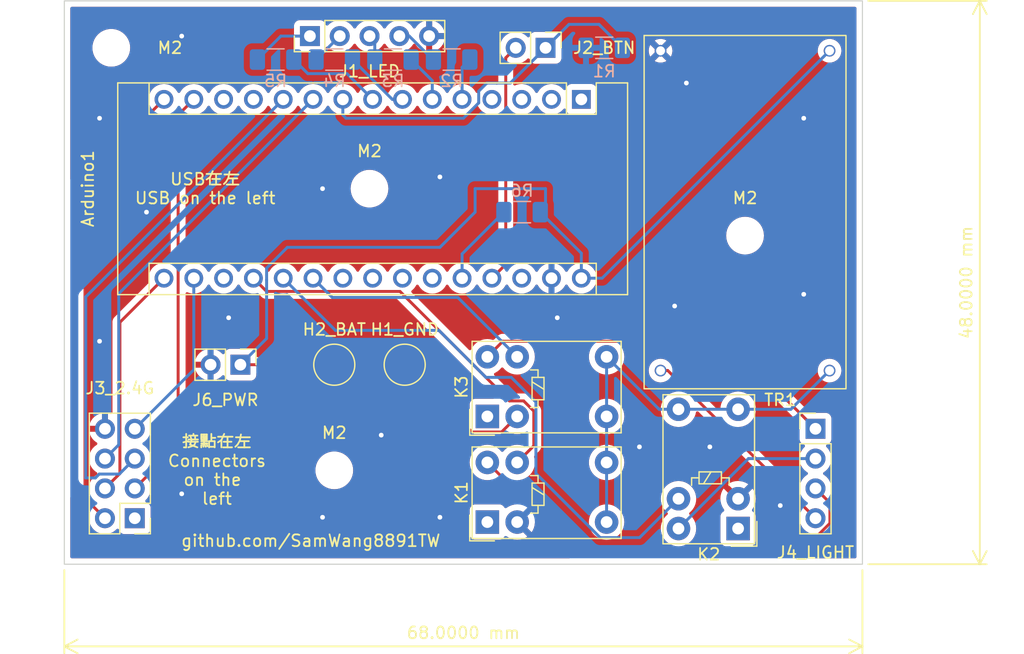
<source format=kicad_pcb>
(kicad_pcb (version 20211014) (generator pcbnew)
  (layers (0 "F.Cu" signal) (31 "B.Cu" signal) (34 "B.Paste" user) (35 "F.Paste" user) (36 "B.SilkS" user "B.Silkscreen") (37 "F.SilkS" user "F.Silkscreen") (38 "B.Mask" user) (39 "F.Mask" user) (44 "Edge.Cuts" user))
  (net 0 "")
  (net 5 "Net-(Arduino1-Pad5)")
  (net 6 "Net-(Arduino1-Pad6)")
  (net 7 "Net-(Arduino1-Pad7)")
  (net 8 "Net-(Arduino1-Pad8)")
  (net 9 "Net-(Arduino1-Pad9)")
  (net 10 "Net-(Arduino1-Pad10)")
  (net 11 "Net-(Arduino1-Pad11)")
  (net 14 "Net-(Arduino1-Pad14)")
  (net 15 "Net-(Arduino1-Pad15)")
  (net 16 "Net-(Arduino1-Pad16)")
  (net 17 "Net-(Arduino1-Pad17)")
  (net 19 "Net-(Arduino1-Pad19)")
  (net 20 "Net-(Arduino1-Pad20)")
  (net 21 "Net-(Arduino1-Pad21)")
  (net 26 "Net-(Arduino1-Pad26)")
  (net 27 "5V")
  (net 29 "Earth")
  (net 30 "VIN")
  (net 32 "Net-(J4-Pad1)")
  (net 33 "Net-(J4-Pad2)")
  (net 34 "Net-(J4-Pad3)")
  (net 35 "Net-(J4-Pad4)")
  (net 37 "Net-(K1-Pad5)")
  (net 40 "Net-(J1-Pad1)")
  (net 41 "Net-(J1-Pad2)")
  (net 42 "Net-(J1-Pad3)")
  (net 43 "Net-(J1-Pad4)")
  (footprint "MountingHole:MountingHole_2.2mm_M2" (layer "F.Cu") (at 86 105)
    (fp_text reference "M2" (at 0 -3.2) (layer "F.SilkS"))
    (fp_text value "MountingHole_2.2mm_M2")
    (pad "" np_thru_hole circle (at 0 0) (size 2.2 2.2) (drill 2.2) (layers *.Cu *.Mask))
  )
  (footprint "TestPoint:TestPoint_Pad_D3.0mm" (layer "F.Cu") (at 92 96)
    (fp_text reference "H1_GND" (at 0 -3) (layer "F.SilkS"))
    (fp_text value "GND")
    (fp_circle (center 0 0) (end 0 1.75) (layer "F.SilkS") (width 0.12) (fill none))
    (pad "1" smd circle (at 0 0) (size 3 3) (layers "F.Cu" "F.Mask") (net 29 "Earth"))
  )
  (footprint "Connector_PinHeader_2.54mm:PinHeader_1x04_P2.54mm_Vertical" (layer "F.Cu") (at 127 101.46)
    (fp_text reference "J4_LIGHT" (at 0 10.54) (layer "F.SilkS"))
    (fp_text value "LightCONN")
    (fp_line (start -1.33 0) (end -1.33 -1.33) (layer "F.SilkS") (width 0.12))
    (fp_line (start -1.33 1.27) (end -1.33 8.95) (layer "F.SilkS") (width 0.12))
    (fp_line (start -1.33 -1.33) (end 0 -1.33) (layer "F.SilkS") (width 0.12))
    (fp_line (start 1.33 1.27) (end 1.33 8.95) (layer "F.SilkS") (width 0.12))
    (fp_line (start -1.33 1.27) (end 1.33 1.27) (layer "F.SilkS") (width 0.12))
    (fp_line (start -1.33 8.95) (end 1.33 8.95) (layer "F.SilkS") (width 0.12))
    (pad "1" thru_hole rect (at 0 0) (size 1.7 1.7) (drill 1) (layers *.Cu *.Mask) (net 32 "Net-(J4-Pad1)"))
    (pad "2" thru_hole oval (at 0 2.54) (size 1.7 1.7) (drill 1) (layers *.Cu *.Mask) (net 33 "Net-(J4-Pad2)"))
    (pad "3" thru_hole oval (at 0 5.08) (size 1.7 1.7) (drill 1) (layers *.Cu *.Mask) (net 34 "Net-(J4-Pad3)"))
    (pad "4" thru_hole oval (at 0 7.62) (size 1.7 1.7) (drill 1) (layers *.Cu *.Mask) (net 35 "Net-(J4-Pad4)"))
  )
  (footprint "Connector_PinHeader_2.54mm:PinHeader_1x02_P2.54mm_Vertical" (layer "F.Cu") (at 104 69 -90)
    (fp_text reference "J2_BTN" (at 0 -5 180) (layer "F.SilkS"))
    (fp_text value "BtnCONN")
    (fp_line (start -1.33 0) (end -1.33 -1.33) (layer "F.SilkS") (width 0.12))
    (fp_line (start -1.33 1.27) (end -1.33 3.87) (layer "F.SilkS") (width 0.12))
    (fp_line (start -1.33 3.87) (end 1.33 3.87) (layer "F.SilkS") (width 0.12))
    (fp_line (start -1.33 1.27) (end 1.33 1.27) (layer "F.SilkS") (width 0.12))
    (fp_line (start -1.33 -1.33) (end 0 -1.33) (layer "F.SilkS") (width 0.12))
    (fp_line (start 1.33 1.27) (end 1.33 3.87) (layer "F.SilkS") (width 0.12))
    (pad "1" thru_hole rect (at 0 0 270) (size 1.7 1.7) (drill 1) (layers *.Cu *.Mask) (net 9 "Net-(Arduino1-Pad9)"))
    (pad "2" thru_hole oval (at 0 2.54 270) (size 1.7 1.7) (drill 1) (layers *.Cu *.Mask) (net 27 "5V"))
  )
  (footprint "Module:Arduino_Nano" (layer "F.Cu") (at 107.05 73.39 -90)
    (fp_text reference "Arduino1" (at 7.61 42.05 -90) (layer "F.SilkS"))
    (fp_text value "Arduino_Nano")
    (fp_line (start 1.27 36.83) (end -1.4 36.83) (layer "F.SilkS") (width 0.12))
    (fp_line (start 16.64 -3.94) (end -1.4 -3.94) (layer "F.SilkS") (width 0.12))
    (fp_line (start -1.4 39.5) (end 16.64 39.5) (layer "F.SilkS") (width 0.12))
    (fp_line (start 1.27 1.27) (end 1.27 36.83) (layer "F.SilkS") (width 0.12))
    (fp_line (start 1.27 1.27) (end -1.4 1.27) (layer "F.SilkS") (width 0.12))
    (fp_line (start -1.4 1.27) (end -1.4 39.5) (layer "F.SilkS") (width 0.12))
    (fp_line (start 1.27 1.27) (end 1.27 -1.27) (layer "F.SilkS") (width 0.12))
    (fp_line (start 13.97 -1.27) (end 16.64 -1.27) (layer "F.SilkS") (width 0.12))
    (fp_line (start 13.97 -1.27) (end 13.97 36.83) (layer "F.SilkS") (width 0.12))
    (fp_line (start -1.4 -3.94) (end -1.4 -1.27) (layer "F.SilkS") (width 0.12))
    (fp_line (start 13.97 36.83) (end 16.64 36.83) (layer "F.SilkS") (width 0.12))
    (fp_line (start 1.27 -1.27) (end -1.4 -1.27) (layer "F.SilkS") (width 0.12))
    (fp_line (start 16.64 39.5) (end 16.64 -3.94) (layer "F.SilkS") (width 0.12))
    (pad "1" thru_hole rect (at 0 0 270) (size 1.6 1.6) (drill 1) (layers *.Cu *.Mask))
    (pad "2" thru_hole oval (at 0 2.54 270) (size 1.6 1.6) (drill 1) (layers *.Cu *.Mask))
    (pad "3" thru_hole oval (at 0 5.08 270) (size 1.6 1.6) (drill 1) (layers *.Cu *.Mask))
    (pad "4" thru_hole oval (at 0 7.62 270) (size 1.6 1.6) (drill 1) (layers *.Cu *.Mask))
    (pad "5" thru_hole oval (at 0 10.16 270) (size 1.6 1.6) (drill 1) (layers *.Cu *.Mask) (net 5 "Net-(Arduino1-Pad5)"))
    (pad "6" thru_hole oval (at 0 12.7 270) (size 1.6 1.6) (drill 1) (layers *.Cu *.Mask) (net 6 "Net-(Arduino1-Pad6)"))
    (pad "7" thru_hole oval (at 0 15.24 270) (size 1.6 1.6) (drill 1) (layers *.Cu *.Mask) (net 7 "Net-(Arduino1-Pad7)"))
    (pad "8" thru_hole oval (at 0 17.78 270) (size 1.6 1.6) (drill 1) (layers *.Cu *.Mask) (net 8 "Net-(Arduino1-Pad8)"))
    (pad "9" thru_hole oval (at 0 20.32 270) (size 1.6 1.6) (drill 1) (layers *.Cu *.Mask) (net 9 "Net-(Arduino1-Pad9)"))
    (pad "10" thru_hole oval (at 0 22.86 270) (size 1.6 1.6) (drill 1) (layers *.Cu *.Mask) (net 10 "Net-(Arduino1-Pad10)"))
    (pad "11" thru_hole oval (at 0 25.4 270) (size 1.6 1.6) (drill 1) (layers *.Cu *.Mask) (net 11 "Net-(Arduino1-Pad11)"))
    (pad "12" thru_hole oval (at 0 27.94 270) (size 1.6 1.6) (drill 1) (layers *.Cu *.Mask))
    (pad "13" thru_hole oval (at 0 30.48 270) (size 1.6 1.6) (drill 1) (layers *.Cu *.Mask))
    (pad "14" thru_hole oval (at 0 33.02 270) (size 1.6 1.6) (drill 1) (layers *.Cu *.Mask) (net 14 "Net-(Arduino1-Pad14)"))
    (pad "15" thru_hole oval (at 0 35.56 270) (size 1.6 1.6) (drill 1) (layers *.Cu *.Mask) (net 15 "Net-(Arduino1-Pad15)"))
    (pad "16" thru_hole oval (at 15.24 35.56 270) (size 1.6 1.6) (drill 1) (layers *.Cu *.Mask) (net 16 "Net-(Arduino1-Pad16)"))
    (pad "17" thru_hole oval (at 15.24 33.02 270) (size 1.6 1.6) (drill 1) (layers *.Cu *.Mask) (net 17 "Net-(Arduino1-Pad17)"))
    (pad "18" thru_hole oval (at 15.24 30.48 270) (size 1.6 1.6) (drill 1) (layers *.Cu *.Mask))
    (pad "19" thru_hole oval (at 15.24 27.94 270) (size 1.6 1.6) (drill 1) (layers *.Cu *.Mask) (net 19 "Net-(Arduino1-Pad19)"))
    (pad "20" thru_hole oval (at 15.24 25.4 270) (size 1.6 1.6) (drill 1) (layers *.Cu *.Mask) (net 20 "Net-(Arduino1-Pad20)"))
    (pad "21" thru_hole oval (at 15.24 22.86 270) (size 1.6 1.6) (drill 1) (layers *.Cu *.Mask) (net 21 "Net-(Arduino1-Pad21)"))
    (pad "22" thru_hole oval (at 15.24 20.32 270) (size 1.6 1.6) (drill 1) (layers *.Cu *.Mask))
    (pad "23" thru_hole oval (at 15.24 17.78 270) (size 1.6 1.6) (drill 1) (layers *.Cu *.Mask))
    (pad "24" thru_hole oval (at 15.24 15.24 270) (size 1.6 1.6) (drill 1) (layers *.Cu *.Mask))
    (pad "25" thru_hole oval (at 15.24 12.7 270) (size 1.6 1.6) (drill 1) (layers *.Cu *.Mask))
    (pad "26" thru_hole oval (at 15.24 10.16 270) (size 1.6 1.6) (drill 1) (layers *.Cu *.Mask) (net 26 "Net-(Arduino1-Pad26)"))
    (pad "27" thru_hole oval (at 15.24 7.62 270) (size 1.6 1.6) (drill 1) (layers *.Cu *.Mask) (net 27 "5V"))
    (pad "28" thru_hole oval (at 15.24 5.08 270) (size 1.6 1.6) (drill 1) (layers *.Cu *.Mask))
    (pad "29" thru_hole oval (at 15.24 2.54 270) (size 1.6 1.6) (drill 1) (layers *.Cu *.Mask) (net 29 "Earth"))
    (pad "30" thru_hole oval (at 15.24 0 270) (size 1.6 1.6) (drill 1) (layers *.Cu *.Mask) (net 30 "VIN"))
  )
  (footprint "Transistor_Power_Module:Micro3608_1166A_MicroUSB_Module" (layer "F.Cu") (at 121 83)
    (fp_text reference "TR1" (at 3 16 unlocked) (layer "F.SilkS"))
    (fp_text value "Micro3608_1166A_MicroUSB_Module")
    (fp_rect (start -8.6 -15.05) (end 8.6 15.05) (layer "F.SilkS") (width 0.12) (fill none))
    (pad "1" thru_hole circle (at -7.2 -13.75) (size 1 1) (drill 0.762) (layers *.Cu *.Mask) (net 29 "Earth"))
    (pad "2" thru_hole circle (at 7.2 -13.75) (size 1 1) (drill 0.762) (layers *.Cu *.Mask) (net 30 "VIN"))
    (pad "3" thru_hole circle (at -7.2 13.5) (size 1 1) (drill 0.762) (layers *.Cu *.Mask) (net 35 "Net-(J4-Pad4)"))
    (pad "4" thru_hole circle (at 7.2 13.5) (size 1 1) (drill 0.762) (layers *.Cu *.Mask) (net 37 "Net-(K1-Pad5)"))
  )
  (footprint "Relay_THT:Relay_SPDT_Omron_G5V-1" (layer "F.Cu") (at 120.4075 109.9575 180)
    (fp_text reference "K2" (at 2.5 -2.2) (layer "F.SilkS"))
    (fp_text value "G5V-1")
    (fp_line (start 6.4 11.4) (end -1.4 11.4) (layer "F.SilkS") (width 0.12))
    (fp_line (start -1.6 0.6) (end -1.6 -1.5) (layer "F.SilkS") (width 0.12))
    (fp_line (start -1.6 -1.5) (end 0.6 -1.5) (layer "F.SilkS") (width 0.12))
    (fp_line (start 1.422 3.81) (end 1.422 4.826) (layer "F.SilkS") (width 0.12))
    (fp_line (start 2.946 3.81) (end 2.311 4.826) (layer "F.SilkS") (width 0.12))
    (fp_line (start -1.4 11.4) (end -1.4 -1.3) (layer "F.SilkS") (width 0.12))
    (fp_line (start 0.762 3.683) (end 0.762 4.318) (layer "F.SilkS") (width 0.12))
    (fp_line (start 6.4 -1.3) (end 6.4 11.4) (layer "F.SilkS") (width 0.12))
    (fp_line (start 3.962 3.683) (end 3.962 4.318) (layer "F.SilkS") (width 0.12))
    (fp_line (start 3.327 3.81) (end 3.327 4.826) (layer "F.SilkS") (width 0.12))
    (fp_line (start 3.962 4.318) (end 3.327 4.318) (layer "F.SilkS") (width 0.12))
    (fp_line (start 1.422 4.826) (end 3.327 4.826) (layer "F.SilkS") (width 0.12))
    (fp_line (start -1.4 -1.3) (end 6.4 -1.3) (layer "F.SilkS") (width 0.12))
    (fp_line (start 0.762 4.318) (end 1.422 4.318) (layer "F.SilkS") (width 0.12))
    (fp_line (start 3.327 3.81) (end 1.422 3.81) (layer "F.SilkS") (width 0.12))
    (pad "1" thru_hole rect (at 0 0 180) (size 2 2) (drill 1) (layers *.Cu *.Mask))
    (pad "2" thru_hole circle (at 0 2.54 180) (size 2 2) (drill 1) (layers *.Cu *.Mask) (net 29 "Earth"))
    (pad "5" thru_hole circle (at 0 10.16 180) (size 2 2) (drill 1) (layers *.Cu *.Mask) (net 37 "Net-(K1-Pad5)"))
    (pad "6" thru_hole circle (at 5.08 10.16 180) (size 2 2) (drill 1) (layers *.Cu *.Mask) (net 37 "Net-(K1-Pad5)"))
    (pad "9" thru_hole circle (at 5.08 2.54 180) (size 2 2) (drill 1) (layers *.Cu *.Mask) (net 20 "Net-(Arduino1-Pad20)"))
    (pad "10" thru_hole circle (at 5.08 0 180) (size 2 2) (drill 1) (layers *.Cu *.Mask) (net 33 "Net-(J4-Pad2)"))
  )
  (footprint "MountingHole:MountingHole_2.2mm_M2" (layer "F.Cu") (at 67 69)
    (fp_text reference "M2" (at 5 0) (layer "F.SilkS"))
    (fp_text value "MountingHole_2.2mm_M2")
    (pad "" np_thru_hole circle (at 0 0) (size 2.2 2.2) (drill 2.2) (layers *.Cu *.Mask))
  )
  (footprint "MountingHole:MountingHole_2.2mm_M2" (layer "F.Cu") (at 89 81)
    (fp_text reference "M2" (at 0 -3.2) (layer "F.SilkS"))
    (fp_text value "MountingHole_2.2mm_M2")
    (pad "" np_thru_hole circle (at 0 0) (size 2.2 2.2) (drill 2.2) (layers *.Cu *.Mask))
  )
  (footprint "Relay_THT:Relay_SPDT_Omron_G5V-1" (layer "F.Cu") (at 99.0425 109.4075 90)
    (fp_text reference "K1" (at 2.5 -2.2 90) (layer "F.SilkS"))
    (fp_text value "G5V-1")
    (fp_line (start -1.6 0.6) (end -1.6 -1.5) (layer "F.SilkS") (width 0.12))
    (fp_line (start 3.327 3.81) (end 3.327 4.826) (layer "F.SilkS") (width 0.12))
    (fp_line (start 6.4 11.4) (end -1.4 11.4) (layer "F.SilkS") (width 0.12))
    (fp_line (start -1.4 -1.3) (end 6.4 -1.3) (layer "F.SilkS") (width 0.12))
    (fp_line (start 0.762 3.683) (end 0.762 4.318) (layer "F.SilkS") (width 0.12))
    (fp_line (start -1.6 -1.5) (end 0.6 -1.5) (layer "F.SilkS") (width 0.12))
    (fp_line (start 3.962 3.683) (end 3.962 4.318) (layer "F.SilkS") (width 0.12))
    (fp_line (start 6.4 -1.3) (end 6.4 11.4) (layer "F.SilkS") (width 0.12))
    (fp_line (start 1.422 3.81) (end 1.422 4.826) (layer "F.SilkS") (width 0.12))
    (fp_line (start -1.4 11.4) (end -1.4 -1.3) (layer "F.SilkS") (width 0.12))
    (fp_line (start 3.962 4.318) (end 3.327 4.318) (layer "F.SilkS") (width 0.12))
    (fp_line (start 1.422 4.826) (end 3.327 4.826) (layer "F.SilkS") (width 0.12))
    (fp_line (start 0.762 4.318) (end 1.422 4.318) (layer "F.SilkS") (width 0.12))
    (fp_line (start 3.327 3.81) (end 1.422 3.81) (layer "F.SilkS") (width 0.12))
    (fp_line (start 2.946 3.81) (end 2.311 4.826) (layer "F.SilkS") (width 0.12))
    (pad "1" thru_hole rect (at 0 0 90) (size 2 2) (drill 1) (layers *.Cu *.Mask))
    (pad "2" thru_hole circle (at 0 2.54 90) (size 2 2) (drill 1) (layers *.Cu *.Mask) (net 29 "Earth"))
    (pad "5" thru_hole circle (at 0 10.16 90) (size 2 2) (drill 1) (layers *.Cu *.Mask) (net 37 "Net-(K1-Pad5)"))
    (pad "6" thru_hole circle (at 5.08 10.16 90) (size 2 2) (drill 1) (layers *.Cu *.Mask) (net 37 "Net-(K1-Pad5)"))
    (pad "9" thru_hole circle (at 5.08 2.54 90) (size 2 2) (drill 1) (layers *.Cu *.Mask) (net 19 "Net-(Arduino1-Pad19)"))
    (pad "10" thru_hole circle (at 5.08 0 90) (size 2 2) (drill 1) (layers *.Cu *.Mask) (net 34 "Net-(J4-Pad3)"))
  )
  (footprint "Connector_PinHeader_2.54mm:PinHeader_2x04_P2.54mm_Vertical" (layer "F.Cu") (at 69 109.08 180)
    (fp_text reference "J3_2.4G" (at 1.27 11.08) (layer "F.SilkS"))
    (fp_text value "2.4G_CONN")
    (fp_line (start 3.87 -1.33) (end 3.87 8.95) (layer "F.SilkS") (width 0.12))
    (fp_line (start -1.33 1.27) (end 1.27 1.27) (layer "F.SilkS") (width 0.12))
    (fp_line (start -1.33 -1.33) (end 0 -1.33) (layer "F.SilkS") (width 0.12))
    (fp_line (start 1.27 1.27) (end 1.27 -1.33) (layer "F.SilkS") (width 0.12))
    (fp_line (start -1.33 8.95) (end 3.87 8.95) (layer "F.SilkS") (width 0.12))
    (fp_line (start -1.33 1.27) (end -1.33 8.95) (layer "F.SilkS") (width 0.12))
    (fp_line (start -1.33 0) (end -1.33 -1.33) (layer "F.SilkS") (width 0.12))
    (fp_line (start 1.27 -1.33) (end 3.87 -1.33) (layer "F.SilkS") (width 0.12))
    (pad "1" thru_hole rect (at 0 0 180) (size 1.7 1.7) (drill 1) (layers *.Cu *.Mask))
    (pad "2" thru_hole oval (at 2.54 0 180) (size 1.7 1.7) (drill 1) (layers *.Cu *.Mask) (net 15 "Net-(Arduino1-Pad15)"))
    (pad "3" thru_hole oval (at 0 2.54 180) (size 1.7 1.7) (drill 1) (layers *.Cu *.Mask) (net 14 "Net-(Arduino1-Pad14)"))
    (pad "4" thru_hole oval (at 2.54 2.54 180) (size 1.7 1.7) (drill 1) (layers *.Cu *.Mask) (net 16 "Net-(Arduino1-Pad16)"))
    (pad "5" thru_hole oval (at 0 5.08 180) (size 1.7 1.7) (drill 1) (layers *.Cu *.Mask) (net 11 "Net-(Arduino1-Pad11)"))
    (pad "6" thru_hole oval (at 2.54 5.08 180) (size 1.7 1.7) (drill 1) (layers *.Cu *.Mask) (net 10 "Net-(Arduino1-Pad10)"))
    (pad "7" thru_hole oval (at 0 7.62 180) (size 1.7 1.7) (drill 1) (layers *.Cu *.Mask) (net 17 "Net-(Arduino1-Pad17)"))
    (pad "8" thru_hole oval (at 2.54 7.62 180) (size 1.7 1.7) (drill 1) (layers *.Cu *.Mask) (net 29 "Earth"))
  )
  (footprint "Connector_PinHeader_2.54mm:PinHeader_1x02_P2.54mm_Vertical" (layer "F.Cu") (at 78 96 -90)
    (fp_text reference "J6_PWR" (at 3 1.27) (layer "F.SilkS"))
    (fp_text value "PWRConn")
    (fp_line (start 1.33 1.27) (end 1.33 3.87) (layer "F.SilkS") (width 0.12))
    (fp_line (start -1.33 1.27) (end 1.33 1.27) (layer "F.SilkS") (width 0.12))
    (fp_line (start -1.33 -1.33) (end 0 -1.33) (layer "F.SilkS") (width 0.12))
    (fp_line (start -1.33 0) (end -1.33 -1.33) (layer "F.SilkS") (width 0.12))
    (fp_line (start -1.33 1.27) (end -1.33 3.87) (layer "F.SilkS") (width 0.12))
    (fp_line (start -1.33 3.87) (end 1.33 3.87) (layer "F.SilkS") (width 0.12))
    (pad "1" thru_hole rect (at 0 0 270) (size 1.7 1.7) (drill 1) (layers *.Cu *.Mask) (net 30 "VIN"))
    (pad "2" thru_hole oval (at 0 2.54 270) (size 1.7 1.7) (drill 1) (layers *.Cu *.Mask) (net 29 "Earth"))
  )
  (footprint "TestPoint:TestPoint_Pad_D3.0mm" (layer "F.Cu") (at 86 96)
    (fp_text reference "H2_BAT" (at 0 -3) (layer "F.SilkS"))
    (fp_text value "BAT")
    (fp_circle (center 0 0) (end 0 1.75) (layer "F.SilkS") (width 0.12) (fill none))
    (pad "1" smd circle (at 0 0) (size 3 3) (layers "F.Cu" "F.Mask") (net 30 "VIN"))
  )
  (footprint "Connector_PinHeader_2.54mm:PinHeader_1x05_P2.54mm_Vertical" (layer "F.Cu") (at 83.925 68 90)
    (fp_text reference "J1_LED" (at -3 5.075 180) (layer "F.SilkS"))
    (fp_text value "LedCONN")
    (fp_line (start -1.33 1.27) (end 1.33 1.27) (layer "F.SilkS") (width 0.12))
    (fp_line (start -1.33 0) (end -1.33 -1.33) (layer "F.SilkS") (width 0.12))
    (fp_line (start -1.33 11.49) (end 1.33 11.49) (layer "F.SilkS") (width 0.12))
    (fp_line (start -1.33 1.27) (end -1.33 11.49) (layer "F.SilkS") (width 0.12))
    (fp_line (start -1.33 -1.33) (end 0 -1.33) (layer "F.SilkS") (width 0.12))
    (fp_line (start 1.33 1.27) (end 1.33 11.49) (layer "F.SilkS") (width 0.12))
    (pad "1" thru_hole rect (at 0 0 90) (size 1.7 1.7) (drill 1) (layers *.Cu *.Mask) (net 40 "Net-(J1-Pad1)"))
    (pad "2" thru_hole oval (at 0 2.54 90) (size 1.7 1.7) (drill 1) (layers *.Cu *.Mask) (net 41 "Net-(J1-Pad2)"))
    (pad "3" thru_hole oval (at 0 5.08 90) (size 1.7 1.7) (drill 1) (layers *.Cu *.Mask) (net 42 "Net-(J1-Pad3)"))
    (pad "4" thru_hole oval (at 0 7.62 90) (size 1.7 1.7) (drill 1) (layers *.Cu *.Mask) (net 43 "Net-(J1-Pad4)"))
    (pad "5" thru_hole oval (at 0 10.16 90) (size 1.7 1.7) (drill 1) (layers *.Cu *.Mask) (net 29 "Earth"))
  )
  (footprint "Relay_THT:Relay_SPDT_Omron_G5V-1" (layer "F.Cu") (at 99.0425 100.4075 90)
    (fp_text reference "K3" (at 2.5 -2.2 90) (layer "F.SilkS"))
    (fp_text value "G5V-1")
    (fp_line (start 6.4 11.4) (end -1.4 11.4) (layer "F.SilkS") (width 0.12))
    (fp_line (start 3.327 3.81) (end 1.422 3.81) (layer "F.SilkS") (width 0.12))
    (fp_line (start 1.422 3.81) (end 1.422 4.826) (layer "F.SilkS") (width 0.12))
    (fp_line (start 3.962 4.318) (end 3.327 4.318) (layer "F.SilkS") (width 0.12))
    (fp_line (start -1.6 0.6) (end -1.6 -1.5) (layer "F.SilkS") (width 0.12))
    (fp_line (start 2.946 3.81) (end 2.311 4.826) (layer "F.SilkS") (width 0.12))
    (fp_line (start 1.422 4.826) (end 3.327 4.826) (layer "F.SilkS") (width 0.12))
    (fp_line (start -1.4 -1.3) (end 6.4 -1.3) (layer "F.SilkS") (width 0.12))
    (fp_line (start -1.6 -1.5) (end 0.6 -1.5) (layer "F.SilkS") (width 0.12))
    (fp_line (start 0.762 3.683) (end 0.762 4.318) (layer "F.SilkS") (width 0.12))
    (fp_line (start 3.327 3.81) (end 3.327 4.826) (layer "F.SilkS") (width 0.12))
    (fp_line (start 3.962 3.683) (end 3.962 4.318) (layer "F.SilkS") (width 0.12))
    (fp_line (start -1.4 11.4) (end -1.4 -1.3) (layer "F.SilkS") (width 0.12))
    (fp_line (start 0.762 4.318) (end 1.422 4.318) (layer "F.SilkS") (width 0.12))
    (fp_line (start 6.4 -1.3) (end 6.4 11.4) (layer "F.SilkS") (width 0.12))
    (pad "1" thru_hole rect (at 0 0 90) (size 2 2) (drill 1) (layers *.Cu *.Mask))
    (pad "2" thru_hole circle (at 0 2.54 90) (size 2 2) (drill 1) (layers *.Cu *.Mask) (net 29 "Earth"))
    (pad "5" thru_hole circle (at 0 10.16 90) (size 2 2) (drill 1) (layers *.Cu *.Mask) (net 37 "Net-(K1-Pad5)"))
    (pad "6" thru_hole circle (at 5.08 10.16 90) (size 2 2) (drill 1) (layers *.Cu *.Mask) (net 37 "Net-(K1-Pad5)"))
    (pad "9" thru_hole circle (at 5.08 2.54 90) (size 2 2) (drill 1) (layers *.Cu *.Mask) (net 21 "Net-(Arduino1-Pad21)"))
    (pad "10" thru_hole circle (at 5.08 0 90) (size 2 2) (drill 1) (layers *.Cu *.Mask) (net 32 "Net-(J4-Pad1)"))
  )
  (footprint "MountingHole:MountingHole_2.2mm_M2" (layer "F.Cu") (at 121 85)
    (fp_text reference "M2" (at 0 -3.2) (layer "F.SilkS"))
    (fp_text value "MountingHole_2.2mm_M2")
    (pad "" np_thru_hole circle (at 0 0) (size 2.2 2.2) (drill 2.2) (layers *.Cu *.Mask))
  )
  (footprint "Resistor_SMD:R_1206_3216Metric_Pad1.30x1.75mm_HandSolder" (layer "B.Cu") (at 96 70)
    (fp_text reference "R2" (at 0 1.82) (layer "B.SilkS") (effects (justify mirror)))
    (fp_text value "330Ω")
    (fp_line (start -0.727064 -0.91) (end 0.727064 -0.91) (layer "B.SilkS") (width 0.12))
    (fp_line (start -0.727064 0.91) (end 0.727064 0.91) (layer "B.SilkS") (width 0.12))
    (pad "1" smd roundrect (at -1.55 0) (size 1.3 1.75) (layers "B.Cu" "B.Paste" "B.Mask") (roundrect_rratio 0.1923076923) (net 43 "Net-(J1-Pad4)"))
    (pad "2" smd roundrect (at 1.55 0) (size 1.3 1.75) (layers "B.Cu" "B.Paste" "B.Mask") (roundrect_rratio 0.1923076923) (net 5 "Net-(Arduino1-Pad5)"))
  )
  (footprint "Resistor_SMD:R_1206_3216Metric_Pad1.30x1.75mm_HandSolder" (layer "B.Cu") (at 91 70)
    (fp_text reference "R3" (at 0 1.82) (layer "B.SilkS") (effects (justify mirror)))
    (fp_text value "330Ω")
    (fp_line (start -0.727064 -0.91) (end 0.727064 -0.91) (layer "B.SilkS") (width 0.12))
    (fp_line (start -0.727064 0.91) (end 0.727064 0.91) (layer "B.SilkS") (width 0.12))
    (pad "1" smd roundrect (at -1.55 0) (size 1.3 1.75) (layers "B.Cu" "B.Paste" "B.Mask") (roundrect_rratio 0.1923076923) (net 42 "Net-(J1-Pad3)"))
    (pad "2" smd roundrect (at 1.55 0) (size 1.3 1.75) (layers "B.Cu" "B.Paste" "B.Mask") (roundrect_rratio 0.1923076923) (net 6 "Net-(Arduino1-Pad6)"))
  )
  (footprint "Resistor_SMD:R_1206_3216Metric_Pad1.30x1.75mm_HandSolder" (layer "B.Cu") (at 109 69 180)
    (fp_text reference "R1" (at 0 -2) (layer "B.SilkS") (effects (justify mirror)))
    (fp_text value "330Ω")
    (fp_line (start -0.727064 0.91) (end 0.727064 0.91) (layer "B.SilkS") (width 0.12))
    (fp_line (start -0.727064 -0.91) (end 0.727064 -0.91) (layer "B.SilkS") (width 0.12))
    (pad "1" smd roundrect (at -1.55 0 180) (size 1.3 1.75) (layers "B.Cu" "B.Paste" "B.Mask") (roundrect_rratio 0.1923076923) (net 9 "Net-(Arduino1-Pad9)"))
    (pad "2" smd roundrect (at 1.55 0 180) (size 1.3 1.75) (layers "B.Cu" "B.Paste" "B.Mask") (roundrect_rratio 0.1923076923) (net 29 "Earth"))
  )
  (footprint "Resistor_SMD:R_1206_3216Metric_Pad1.30x1.75mm_HandSolder" (layer "B.Cu") (at 102 83 180)
    (fp_text reference "R6" (at 0 1.82) (layer "B.SilkS") (effects (justify mirror)))
    (fp_text value "500kΩ")
    (fp_line (start -0.727064 0.91) (end 0.727064 0.91) (layer "B.SilkS") (width 0.12))
    (fp_line (start -0.727064 -0.91) (end 0.727064 -0.91) (layer "B.SilkS") (width 0.12))
    (pad "1" smd roundrect (at -1.55 0 180) (size 1.3 1.75) (layers "B.Cu" "B.Paste" "B.Mask") (roundrect_rratio 0.1923076923) (net 30 "VIN"))
    (pad "2" smd roundrect (at 1.55 0 180) (size 1.3 1.75) (layers "B.Cu" "B.Paste" "B.Mask") (roundrect_rratio 0.1923076923) (net 26 "Net-(Arduino1-Pad26)"))
  )
  (footprint "Resistor_SMD:R_1206_3216Metric_Pad1.30x1.75mm_HandSolder" (layer "B.Cu") (at 86 70)
    (fp_text reference "R4" (at 0 1.82) (layer "B.SilkS") (effects (justify mirror)))
    (fp_text value "330Ω")
    (fp_line (start -0.727064 -0.91) (end 0.727064 -0.91) (layer "B.SilkS") (width 0.12))
    (fp_line (start -0.727064 0.91) (end 0.727064 0.91) (layer "B.SilkS") (width 0.12))
    (pad "1" smd roundrect (at -1.55 0) (size 1.3 1.75) (layers "B.Cu" "B.Paste" "B.Mask") (roundrect_rratio 0.1923076923) (net 41 "Net-(J1-Pad2)"))
    (pad "2" smd roundrect (at 1.55 0) (size 1.3 1.75) (layers "B.Cu" "B.Paste" "B.Mask") (roundrect_rratio 0.1923076923) (net 7 "Net-(Arduino1-Pad7)"))
  )
  (footprint "Resistor_SMD:R_1206_3216Metric_Pad1.30x1.75mm_HandSolder" (layer "B.Cu") (at 81 70)
    (fp_text reference "R5" (at 0 1.82) (layer "B.SilkS") (effects (justify mirror)))
    (fp_text value "330Ω")
    (fp_line (start -0.727064 0.91) (end 0.727064 0.91) (layer "B.SilkS") (width 0.12))
    (fp_line (start -0.727064 -0.91) (end 0.727064 -0.91) (layer "B.SilkS") (width 0.12))
    (pad "1" smd roundrect (at -1.55 0) (size 1.3 1.75) (layers "B.Cu" "B.Paste" "B.Mask") (roundrect_rratio 0.1923076923) (net 40 "Net-(J1-Pad1)"))
    (pad "2" smd roundrect (at 1.55 0) (size 1.3 1.75) (layers "B.Cu" "B.Paste" "B.Mask") (roundrect_rratio 0.1923076923) (net 8 "Net-(Arduino1-Pad8)"))
  )
  (gr_poly (pts (xy 131 113) (xy 63 113) (xy 63 65) (xy 131 65)) (layer "Edge.Cuts") (width 0.1) (fill none))
  (gr_text "USB在左\nUSB on the left" (at 75 81) (layer "F.SilkS") (effects (font (size 1 1))))
  (gr_text "接點在左\nConnectors\non the \nleft" (at 76 105) (layer "F.SilkS") (effects (font (size 1 1))))
  (gr_text "github.com/SamWang8891TW" (at 84 111) (layer "F.SilkS") (effects (font (size 1 1))))
  (dimension (type aligned) (layer "F.SilkS") (pts (xy 131 65) (xy 131 113)) (height -10) (gr_text "48.0000 mm" (at 139.85 89 90) (layer "F.SilkS") (effects (font (size 1 1) (thickness 0.15)))) (format (units 3) (units_format 1) (precision 4)) (style (thickness 0.15) (arrow_length 1.27) (text_position_mode 0) (extension_height 0.58642) (extension_offset 0.5) keep_text_aligned))
  (dimension (type aligned) (layer "F.SilkS") (pts (xy 63 113) (xy 131 113)) (height 6.999999) (gr_text "68.0000 mm" (at 97 118.849999) (layer "F.SilkS") (effects (font (size 1 1) (thickness 0.15)))) (format (units 3) (units_format 1) (precision 4)) (style (thickness 0.15) (arrow_length 1.27) (text_position_mode 0) (extension_height 0.58642) (extension_offset 0.5) keep_text_aligned))
  (segment (start 96.89 70.66) (end 96.89 73.39) (width 0.25) (layer "B.Cu") (net 5))
  (segment (start 97.55 70) (end 96.89 70.66) (width 0.25) (layer "B.Cu") (net 5))
  (segment (start 92.55 70) (end 94.35 71.8) (width 0.25) (layer "B.Cu") (net 6))
  (segment (start 94.35 71.8) (end 94.35 73.39) (width 0.25) (layer "B.Cu") (net 6))
  (segment (start 87.55 70) (end 90.94 73.39) (width 0.25) (layer "B.Cu") (net 7))
  (segment (start 90.94 73.39) (end 91.81 73.39) (width 0.25) (layer "B.Cu") (net 7))
  (segment (start 83.75 71.2) (end 87.08 71.2) (width 0.25) (layer "B.Cu") (net 8))
  (segment (start 87.08 71.2) (end 89.27 73.39) (width 0.25) (layer "B.Cu") (net 8))
  (segment (start 82.55 70) (end 83.75 71.2) (width 0.25) (layer "B.Cu") (net 8))
  (segment (start 99 72) (end 98.305 72.695) (width 0.25) (layer "B.Cu") (net 9))
  (segment (start 99 72) (end 101 72) (width 0.25) (layer "B.Cu") (net 9))
  (segment (start 86.73 74.73) (end 86.73 73.39) (width 0.25) (layer "B.Cu") (net 9))
  (segment (start 101 72) (end 104 69) (width 0.25) (layer "B.Cu") (net 9))
  (segment (start 97 75) (end 87 75) (width 0.25) (layer "B.Cu") (net 9))
  (segment (start 98.305 72.695) (end 98.305 73.695) (width 0.25) (layer "B.Cu") (net 9))
  (segment (start 104 69) (end 106 67) (width 0.25) (layer "B.Cu") (net 9))
  (segment (start 98.305 73.695) (end 97 75) (width 0.25) (layer "B.Cu") (net 9))
  (segment (start 87 75) (end 86.73 74.73) (width 0.25) (layer "B.Cu") (net 9))
  (segment (start 106 67) (end 108.55 67) (width 0.25) (layer "B.Cu") (net 9))
  (segment (start 108.55 67) (end 110.55 69) (width 0.25) (layer "B.Cu") (net 9))
  (segment (start 66.46 104) (end 67.635 102.825) (width 0.25) (layer "B.Cu") (net 10))
  (segment (start 67.635 102.825) (end 67.635 89.945) (width 0.25) (layer "B.Cu") (net 10))
  (segment (start 67.635 89.945) (end 84.19 73.39) (width 0.25) (layer "B.Cu") (net 10))
  (segment (start 65.973299 105.316699) (end 67.683301 105.316699) (width 0.25) (layer "B.Cu") (net 11))
  (segment (start 64.823557 105.644999) (end 65.644999 105.644999) (width 0.25) (layer "B.Cu") (net 11))
  (segment (start 64.823557 90.216443) (end 64.823557 105.644999) (width 0.25) (layer "B.Cu") (net 11))
  (segment (start 81.65 73.39) (end 64.823557 90.216443) (width 0.25) (layer "B.Cu") (net 11))
  (segment (start 65.644999 105.644999) (end 65.973299 105.316699) (width 0.25) (layer "B.Cu") (net 11))
  (segment (start 67.683301 105.316699) (end 69 104) (width 0.25) (layer "B.Cu") (net 11))
  (segment (start 72.695722 74.724278) (end 74.03 73.39) (width 0.25) (layer "F.Cu") (net 14))
  (segment (start 72.695722 102.844278) (end 72.695722 74.724278) (width 0.25) (layer "F.Cu") (net 14))
  (segment (start 69 106.54) (end 72.695722 102.844278) (width 0.25) (layer "F.Cu") (net 14))
  (segment (start 66.46 109.08) (end 64 106.62) (width 0.25) (layer "F.Cu") (net 15))
  (segment (start 64 106.62) (end 64 80.88) (width 0.25) (layer "F.Cu") (net 15))
  (segment (start 64 80.88) (end 71.49 73.39) (width 0.25) (layer "F.Cu") (net 15))
  (segment (start 66.46 106.54) (end 67.734278 105.265722) (width 0.25) (layer "F.Cu") (net 16))
  (segment (start 67.734278 105.265722) (end 67.734278 92.385722) (width 0.25) (layer "F.Cu") (net 16))
  (segment (start 67.734278 92.385722) (end 71.49 88.63) (width 0.25) (layer "F.Cu") (net 16))
  (segment (start 74.03 96.43) (end 74.03 88.63) (width 0.25) (layer "B.Cu") (net 17))
  (segment (start 69 101.46) (end 74.03 96.43) (width 0.25) (layer "B.Cu") (net 17))
  (segment (start 91.596167 89.755) (end 100.923667 99.0825) (width 0.25) (layer "F.Cu") (net 19))
  (segment (start 102.131333 99.0825) (end 103 99.951167) (width 0.25) (layer "F.Cu") (net 19))
  (segment (start 103 102.91) (end 101.5825 104.3275) (width 0.25) (layer "F.Cu") (net 19))
  (segment (start 79.11 88.63) (end 80.235 89.755) (width 0.25) (layer "F.Cu") (net 19))
  (segment (start 100.923667 99.0825) (end 102.131333 99.0825) (width 0.25) (layer "F.Cu") (net 19))
  (segment (start 103 99.951167) (end 103 102.91) (width 0.25) (layer "F.Cu") (net 19))
  (segment (start 80.235 89.755) (end 91.596167 89.755) (width 0.25) (layer "F.Cu") (net 19))
  (segment (start 112.0125 110.7325) (end 108.653667 110.7325) (width 0.25) (layer "B.Cu") (net 20))
  (segment (start 86.095 93.075) (end 94.916167 93.075) (width 0.25) (layer "B.Cu") (net 20))
  (segment (start 103.181305 105.260138) (end 103.181305 99.181305) (width 0.25) (layer "B.Cu") (net 20))
  (segment (start 103.181305 99.181305) (end 101.079417 97.079417) (width 0.25) (layer "B.Cu") (net 20))
  (segment (start 115.3275 107.4175) (end 112.0125 110.7325) (width 0.25) (layer "B.Cu") (net 20))
  (segment (start 81.65 88.63) (end 86.095 93.075) (width 0.25) (layer "B.Cu") (net 20))
  (segment (start 101.079417 97.079417) (end 98.920583 97.079417) (width 0.25) (layer "B.Cu") (net 20))
  (segment (start 94.916167 93.075) (end 98.920583 97.079417) (width 0.25) (layer "B.Cu") (net 20))
  (segment (start 108.653667 110.7325) (end 103.181305 105.260138) (width 0.25) (layer "B.Cu") (net 20))
  (segment (start 101.5825 95.3275) (end 96.521443 90.266443) (width 0.25) (layer "B.Cu") (net 21))
  (segment (start 85.826443 90.266443) (end 84.19 88.63) (width 0.25) (layer "B.Cu") (net 21))
  (segment (start 96.521443 90.266443) (end 85.826443 90.266443) (width 0.25) (layer "B.Cu") (net 21))
  (segment (start 100.45 83) (end 96.89 86.56) (width 0.25) (layer "B.Cu") (net 26))
  (segment (start 96.89 86.56) (end 96.89 88.63) (width 0.25) (layer "B.Cu") (net 26))
  (segment (start 101.46 69) (end 100.61 69.85) (width 0.25) (layer "F.Cu") (net 27))
  (segment (start 100.61 69.85) (end 100.61 87.45) (width 0.25) (layer "F.Cu") (net 27))
  (segment (start 100.61 87.45) (end 99.43 88.63) (width 0.25) (layer "F.Cu") (net 27))
  (segment (start 97.7325 101.7325) (end 92 96) (width 0.25) (layer "F.Cu") (net 29))
  (segment (start 101.5825 100.4075) (end 100.2575 101.7325) (width 0.25) (layer "F.Cu") (net 29))
  (segment (start 100.2575 101.7325) (end 97.7325 101.7325) (width 0.25) (layer "F.Cu") (net 29))
  (via (at 77 92) (size 0.8) (drill 0.4) (layers "F.Cu" "B.Cu") (net 29))
  (via (at 66 94) (size 0.8) (drill 0.4) (layers "F.Cu" "B.Cu") (net 29))
  (via (at 115 91) (size 0.8) (drill 0.4) (layers "F.Cu" "B.Cu") (net 29))
  (via (at 95 109) (size 0.8) (drill 0.4) (layers "F.Cu" "B.Cu") (net 29))
  (via (at 112 103) (size 0.8) (drill 0.4) (layers "F.Cu" "B.Cu") (net 29))
  (via (at 126 90) (size 0.8) (drill 0.4) (layers "F.Cu" "B.Cu") (net 29))
  (via (at 85 109) (size 0.8) (drill 0.4) (layers "F.Cu" "B.Cu") (net 29))
  (via (at 73 107) (size 0.8) (drill 0.4) (layers "F.Cu" "B.Cu") (net 29))
  (via (at 124 108) (size 0.8) (drill 0.4) (layers "F.Cu" "B.Cu") (net 29))
  (via (at 66 75) (size 0.8) (drill 0.4) (layers "F.Cu" "B.Cu") (net 29))
  (via (at 126 75) (size 0.8) (drill 0.4) (layers "F.Cu" "B.Cu") (net 29))
  (via (at 85 81) (size 0.8) (drill 0.4) (layers "F.Cu" "B.Cu") (net 29))
  (via (at 70 83) (size 0.8) (drill 0.4) (layers "F.Cu" "B.Cu") (net 29))
  (via (at 118 103) (size 0.8) (drill 0.4) (layers "F.Cu" "B.Cu") (net 29))
  (via (at 116 72) (size 0.8) (drill 0.4) (layers "F.Cu" "B.Cu") (net 29))
  (via (at 105 92) (size 0.8) (drill 0.4) (layers "F.Cu" "B.Cu") (net 29))
  (via (at 95 80) (size 0.8) (drill 0.4) (layers "F.Cu" "B.Cu") (net 29))
  (via (at 90 102) (size 0.8) (drill 0.4) (layers "F.Cu" "B.Cu") (net 29))
  (via (at 73 68) (size 0.8) (drill 0.4) (layers "F.Cu" "B.Cu") (net 29))
  (segment (start 78 96) (end 86 96) (width 0.25) (layer "F.Cu") (net 30))
  (segment (start 80.235 87.765) (end 82 86) (width 0.25) (layer "B.Cu") (net 30))
  (segment (start 82 86) (end 95 86) (width 0.25) (layer "B.Cu") (net 30))
  (segment (start 107.05 88.63) (end 108.82 88.63) (width 0.25) (layer "B.Cu") (net 30))
  (segment (start 98 81) (end 104 81) (width 0.25) (layer "B.Cu") (net 30))
  (segment (start 98 83) (end 98 81) (width 0.25) (layer "B.Cu") (net 30))
  (segment (start 103.55 83) (end 107.05 86.5) (width 0.25) (layer "B.Cu") (net 30))
  (segment (start 95 86) (end 98 83) (width 0.25) (layer "B.Cu") (net 30))
  (segment (start 107.05 86.5) (end 107.05 88.63) (width 0.25) (layer "B.Cu") (net 30))
  (segment (start 104 82.55) (end 103.55 83) (width 0.25) (layer "B.Cu") (net 30))
  (segment (start 108.82 88.63) (end 128.2 69.25) (width 0.25) (layer "B.Cu") (net 30))
  (segment (start 80.235 93.765) (end 80.235 88.765) (width 0.25) (layer "B.Cu") (net 30))
  (segment (start 80.235 88.765) (end 80.235 87.765) (width 0.25) (layer "B.Cu") (net 30))
  (segment (start 104 81) (end 104 82.55) (width 0.25) (layer "B.Cu") (net 30))
  (segment (start 78 96) (end 80.235 93.765) (width 0.25) (layer "B.Cu") (net 30))
  (segment (start 119.5425 94.0025) (end 127 101.46) (width 0.25) (layer "F.Cu") (net 32))
  (segment (start 100.3675 94.0025) (end 119.5425 94.0025) (width 0.25) (layer "F.Cu") (net 32))
  (segment (start 99.0425 95.3275) (end 100.3675 94.0025) (width 0.25) (layer "F.Cu") (net 32))
  (segment (start 115.3275 109.9575) (end 121.285 104) (width 0.25) (layer "B.Cu") (net 33))
  (segment (start 121.285 104) (end 127 104) (width 0.25) (layer "B.Cu") (net 33))
  (segment (start 99.0425 104.3275) (end 106.9975 112.2825) (width 0.25) (layer "F.Cu") (net 34))
  (segment (start 128.23 109.511701) (end 128.23 107.77) (width 0.25) (layer "F.Cu") (net 34))
  (segment (start 128.23 107.77) (end 127.73 107.27) (width 0.25) (layer "F.Cu") (net 34))
  (segment (start 127.73 107.27) (end 127 106.54) (width 0.25) (layer "F.Cu") (net 34))
  (segment (start 125.459201 112.2825) (end 128.23 109.511701) (width 0.25) (layer "F.Cu") (net 34))
  (segment (start 106.9975 112.2825) (end 125.459201 112.2825) (width 0.25) (layer "F.Cu") (net 34))
  (segment (start 114.42 96.5) (end 113.8 96.5) (width 0.25) (layer "F.Cu") (net 35))
  (segment (start 127 109.08) (end 114.42 96.5) (width 0.25) (layer "F.Cu") (net 35))
  (segment (start 115.3275 99.7975) (end 113.6725 99.7975) (width 0.25) (layer "B.Cu") (net 37))
  (segment (start 109.2025 95.3275) (end 109.2025 100.4075) (width 0.25) (layer "B.Cu") (net 37))
  (segment (start 124.9025 99.7975) (end 128.2 96.5) (width 0.25) (layer "B.Cu") (net 37))
  (segment (start 109.2025 104.3275) (end 109.2025 109.4075) (width 0.25) (layer "B.Cu") (net 37))
  (segment (start 120.4075 99.7975) (end 124.9025 99.7975) (width 0.25) (layer "B.Cu") (net 37))
  (segment (start 115.3275 99.7975) (end 120.4075 99.7975) (width 0.25) (layer "B.Cu") (net 37))
  (segment (start 113.6725 99.7975) (end 109.2025 95.3275) (width 0.25) (layer "B.Cu") (net 37))
  (segment (start 109.2025 100.4075) (end 109.2025 104.3275) (width 0.25) (layer "B.Cu") (net 37))
  (segment (start 79.45 70) (end 81.45 68) (width 0.25) (layer "B.Cu") (net 40))
  (segment (start 81.45 68) (end 83.925 68) (width 0.25) (layer "B.Cu") (net 40))
  (segment (start 84.45 70) (end 84.465 70) (width 0.25) (layer "B.Cu") (net 41))
  (segment (start 84.465 70) (end 86.465 68) (width 0.25) (layer "B.Cu") (net 41))
  (segment (start 89.45 68.445) (end 89.005 68) (width 0.25) (layer "B.Cu") (net 42))
  (segment (start 89.45 70) (end 89.45 68.445) (width 0.25) (layer "B.Cu") (net 42))
  (segment (start 92.388173 68) (end 91.545 68) (width 0.25) (layer "B.Cu") (net 43))
  (segment (start 94.388173 70) (end 92.388173 68) (width 0.25) (layer "B.Cu") (net 43))
  (zone (net 29) (net_name "Earth") (layer "F.Cu") (connect_pads (clearance 0.508)) (min_thickness 0.254) (fill yes (thermal_gap 0.508) (thermal_bridge_width 0.508) (smoothing chamfer) (radius 1))
    (polygon (pts (xy 131 113) (xy 63 113) (xy 63 65) (xy 131 65)))
  )
  (zone (net 29) (net_name "Earth") (layer "B.Cu") (connect_pads (clearance 0.508)) (min_thickness 0.254) (fill yes (thermal_gap 0.508) (thermal_bridge_width 0.508) (smoothing chamfer) (radius 1))
    (polygon (pts (xy 131 113) (xy 63 113) (xy 63 65) (xy 131 65)))
  )
)
</source>
